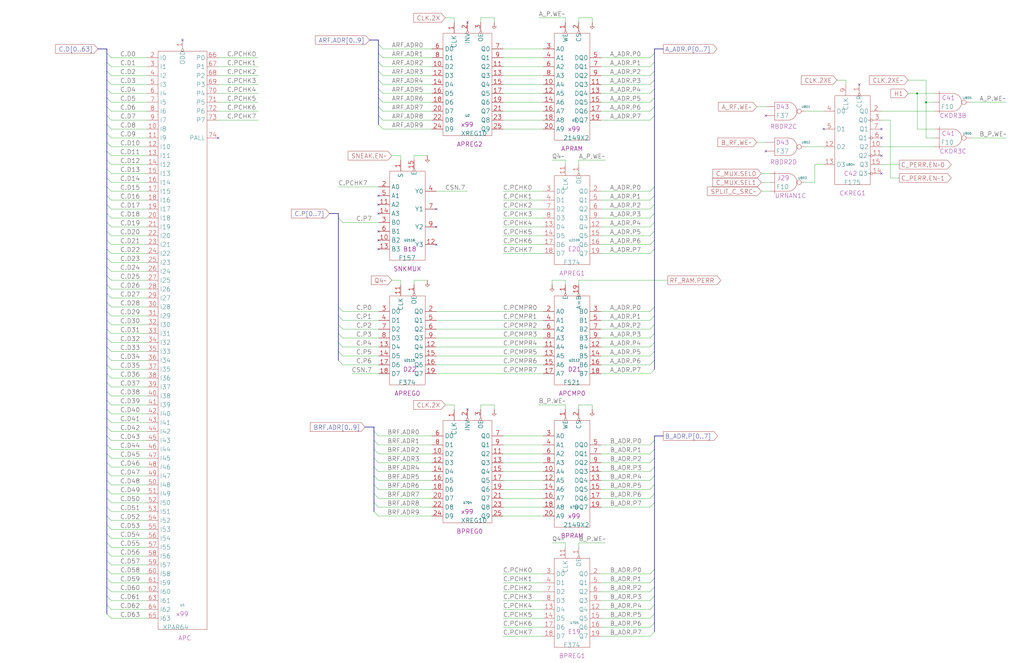
<source format=kicad_sch>
(kicad_sch (version 20230121) (generator eeschema)
  (paper "User" 584.2 378.46)
  (title_block (title "REGISTER FILE A PARITY") (date "22-MAR-90") (rev "1.0") (comment 1 "VALUE") (comment 2 "232-003063") (comment 3 "S400") (comment 4 "RELEASED"))
  (junction (at 523.24 53.34))
  (junction (at 528.32 58.42))
  (no_connect (at 215.9 132.08))
  (no_connect (at 215.9 142.24))
  (no_connect (at 124.46 78.74))
  (no_connect (at 248.92 139.7))
  (no_connect (at 248.92 129.54))
  (no_connect (at 215.9 137.16))
  (no_connect (at 215.9 121.92))
  (no_connect (at 502.92 73.66))
  (no_connect (at 502.92 78.74))
  (no_connect (at 248.92 119.38))
  (no_connect (at 215.9 116.84))
  (no_connect (at 266.7 12.7))
  (no_connect (at 502.92 88.9))
  (no_connect (at 490.22 48.26))
  (no_connect (at 215.9 111.76))
  (no_connect (at 502.92 99.06))
  (no_connect (at 436.88 66.04))
  (no_connect (at 104.14 22.86))
  (no_connect (at 469.9 73.66))
  (no_connect (at 436.88 86.36))
  (no_connect (at 266.7 233.68))
  (bus_entry (at 193.04 195.58) (size 2.54 2.54))
  (bus_entry (at 193.04 185.42) (size 2.54 2.54))
  (bus_entry (at 60.96 101.6) (size 2.54 2.54))
  (bus_entry (at 193.04 124.46) (size 2.54 2.54))
  (bus_entry (at 60.96 193.04) (size 2.54 2.54))
  (bus_entry (at 215.9 66.04) (size 2.54 2.54))
  (bus_entry (at 373.38 137.16) (size -2.54 2.54))
  (bus_entry (at 60.96 86.36) (size 2.54 2.54))
  (bus_entry (at 215.9 25.4) (size 2.54 2.54))
  (bus_entry (at 60.96 264.16) (size 2.54 2.54))
  (bus_entry (at 373.38 195.58) (size -2.54 2.54))
  (bus_entry (at 215.9 55.88) (size 2.54 2.54))
  (bus_entry (at 373.38 40.64) (size -2.54 2.54))
  (bus_entry (at 60.96 350.52) (size 2.54 2.54))
  (bus_entry (at 60.96 238.76) (size 2.54 2.54))
  (bus_entry (at 373.38 335.28) (size -2.54 2.54))
  (bus_entry (at 373.38 276.86) (size -2.54 2.54))
  (bus_entry (at 60.96 147.32) (size 2.54 2.54))
  (bus_entry (at 373.38 30.48) (size -2.54 2.54))
  (bus_entry (at 215.9 71.12) (size 2.54 2.54))
  (bus_entry (at 373.38 350.52) (size -2.54 2.54))
  (bus_entry (at 373.38 271.78) (size -2.54 2.54))
  (bus_entry (at 213.36 246.38) (size 2.54 2.54))
  (bus_entry (at 60.96 314.96) (size 2.54 2.54))
  (bus_entry (at 373.38 340.36) (size -2.54 2.54))
  (bus_entry (at 60.96 152.4) (size 2.54 2.54))
  (bus_entry (at 373.38 180.34) (size -2.54 2.54))
  (bus_entry (at 213.36 261.62) (size 2.54 2.54))
  (bus_entry (at 373.38 325.12) (size -2.54 2.54))
  (bus_entry (at 60.96 233.68) (size 2.54 2.54))
  (bus_entry (at 373.38 55.88) (size -2.54 2.54))
  (bus_entry (at 373.38 116.84) (size -2.54 2.54))
  (bus_entry (at 373.38 175.26) (size -2.54 2.54))
  (bus_entry (at 60.96 325.12) (size 2.54 2.54))
  (bus_entry (at 60.96 243.84) (size 2.54 2.54))
  (bus_entry (at 60.96 274.32) (size 2.54 2.54))
  (bus_entry (at 373.38 132.08) (size -2.54 2.54))
  (bus_entry (at 60.96 198.12) (size 2.54 2.54))
  (bus_entry (at 60.96 259.08) (size 2.54 2.54))
  (bus_entry (at 373.38 50.8) (size -2.54 2.54))
  (bus_entry (at 60.96 55.88) (size 2.54 2.54))
  (bus_entry (at 60.96 279.4) (size 2.54 2.54))
  (bus_entry (at 373.38 287.02) (size -2.54 2.54))
  (bus_entry (at 60.96 137.16) (size 2.54 2.54))
  (bus_entry (at 215.9 30.48) (size 2.54 2.54))
  (bus_entry (at 60.96 121.92) (size 2.54 2.54))
  (bus_entry (at 213.36 256.54) (size 2.54 2.54))
  (bus_entry (at 60.96 248.92) (size 2.54 2.54))
  (bus_entry (at 60.96 340.36) (size 2.54 2.54))
  (bus_entry (at 193.04 180.34) (size 2.54 2.54))
  (bus_entry (at 60.96 96.52) (size 2.54 2.54))
  (bus_entry (at 60.96 132.08) (size 2.54 2.54))
  (bus_entry (at 60.96 71.12) (size 2.54 2.54))
  (bus_entry (at 215.9 50.8) (size 2.54 2.54))
  (bus_entry (at 60.96 208.28) (size 2.54 2.54))
  (bus_entry (at 213.36 266.7) (size 2.54 2.54))
  (bus_entry (at 60.96 294.64) (size 2.54 2.54))
  (bus_entry (at 60.96 345.44) (size 2.54 2.54))
  (bus_entry (at 373.38 251.46) (size -2.54 2.54))
  (bus_entry (at 60.96 228.6) (size 2.54 2.54))
  (bus_entry (at 60.96 223.52) (size 2.54 2.54))
  (bus_entry (at 215.9 40.64) (size 2.54 2.54))
  (bus_entry (at 373.38 190.5) (size -2.54 2.54))
  (bus_entry (at 373.38 60.96) (size -2.54 2.54))
  (bus_entry (at 373.38 210.82) (size -2.54 2.54))
  (bus_entry (at 60.96 304.8) (size 2.54 2.54))
  (bus_entry (at 373.38 111.76) (size -2.54 2.54))
  (bus_entry (at 193.04 200.66) (size 2.54 2.54))
  (bus_entry (at 60.96 30.48) (size 2.54 2.54))
  (bus_entry (at 213.36 251.46) (size 2.54 2.54))
  (bus_entry (at 60.96 299.72) (size 2.54 2.54))
  (bus_entry (at 213.36 287.02) (size 2.54 2.54))
  (bus_entry (at 373.38 345.44) (size -2.54 2.54))
  (bus_entry (at 60.96 81.28) (size 2.54 2.54))
  (bus_entry (at 60.96 157.48) (size 2.54 2.54))
  (bus_entry (at 213.36 276.86) (size 2.54 2.54))
  (bus_entry (at 373.38 360.68) (size -2.54 2.54))
  (bus_entry (at 373.38 127) (size -2.54 2.54))
  (bus_entry (at 60.96 187.96) (size 2.54 2.54))
  (bus_entry (at 373.38 281.94) (size -2.54 2.54))
  (bus_entry (at 373.38 330.2) (size -2.54 2.54))
  (bus_entry (at 60.96 40.64) (size 2.54 2.54))
  (bus_entry (at 60.96 116.84) (size 2.54 2.54))
  (bus_entry (at 213.36 292.1) (size 2.54 2.54))
  (bus_entry (at 60.96 35.56) (size 2.54 2.54))
  (bus_entry (at 60.96 330.2) (size 2.54 2.54))
  (bus_entry (at 373.38 35.56) (size -2.54 2.54))
  (bus_entry (at 373.38 200.66) (size -2.54 2.54))
  (bus_entry (at 373.38 355.6) (size -2.54 2.54))
  (bus_entry (at 373.38 256.54) (size -2.54 2.54))
  (bus_entry (at 60.96 182.88) (size 2.54 2.54))
  (bus_entry (at 60.96 142.24) (size 2.54 2.54))
  (bus_entry (at 60.96 66.04) (size 2.54 2.54))
  (bus_entry (at 373.38 106.68) (size -2.54 2.54))
  (bus_entry (at 60.96 76.2) (size 2.54 2.54))
  (bus_entry (at 215.9 35.56) (size 2.54 2.54))
  (bus_entry (at 60.96 162.56) (size 2.54 2.54))
  (bus_entry (at 60.96 284.48) (size 2.54 2.54))
  (bus_entry (at 60.96 203.2) (size 2.54 2.54))
  (bus_entry (at 60.96 111.76) (size 2.54 2.54))
  (bus_entry (at 60.96 309.88) (size 2.54 2.54))
  (bus_entry (at 373.38 66.04) (size -2.54 2.54))
  (bus_entry (at 193.04 205.74) (size 2.54 2.54))
  (bus_entry (at 373.38 185.42) (size -2.54 2.54))
  (bus_entry (at 60.96 218.44) (size 2.54 2.54))
  (bus_entry (at 60.96 177.8) (size 2.54 2.54))
  (bus_entry (at 60.96 269.24) (size 2.54 2.54))
  (bus_entry (at 373.38 261.62) (size -2.54 2.54))
  (bus_entry (at 193.04 190.5) (size 2.54 2.54))
  (bus_entry (at 60.96 254) (size 2.54 2.54))
  (bus_entry (at 215.9 45.72) (size 2.54 2.54))
  (bus_entry (at 373.38 45.72) (size -2.54 2.54))
  (bus_entry (at 60.96 320.04) (size 2.54 2.54))
  (bus_entry (at 60.96 167.64) (size 2.54 2.54))
  (bus_entry (at 373.38 266.7) (size -2.54 2.54))
  (bus_entry (at 213.36 271.78) (size 2.54 2.54))
  (bus_entry (at 373.38 142.24) (size -2.54 2.54))
  (bus_entry (at 213.36 281.94) (size 2.54 2.54))
  (bus_entry (at 215.9 60.96) (size 2.54 2.54))
  (bus_entry (at 373.38 121.92) (size -2.54 2.54))
  (bus_entry (at 60.96 213.36) (size 2.54 2.54))
  (bus_entry (at 60.96 106.68) (size 2.54 2.54))
  (bus_entry (at 193.04 175.26) (size 2.54 2.54))
  (bus_entry (at 60.96 50.8) (size 2.54 2.54))
  (bus_entry (at 373.38 205.74) (size -2.54 2.54))
  (bus_entry (at 60.96 172.72) (size 2.54 2.54))
  (bus_entry (at 60.96 127) (size 2.54 2.54))
  (bus_entry (at 60.96 91.44) (size 2.54 2.54))
  (bus_entry (at 60.96 45.72) (size 2.54 2.54))
  (bus_entry (at 60.96 335.28) (size 2.54 2.54))
  (bus_entry (at 60.96 60.96) (size 2.54 2.54))
  (bus_entry (at 60.96 289.56) (size 2.54 2.54))
  (wire (pts (xy 218.44 63.5) (xy 246.38 63.5)))
  (bus (pts (xy 60.96 121.92) (xy 60.96 127)))
  (wire (pts (xy 83.82 200.66) (xy 63.5 200.66)))
  (wire (pts (xy 63.5 33.02) (xy 83.82 33.02)))
  (wire (pts (xy 281.94 233.68) (xy 281.94 231.14)))
  (bus (pts (xy 60.96 325.12) (xy 60.96 330.2)))
  (wire (pts (xy 287.02 38.1) (xy 309.88 38.1)))
  (bus (pts (xy 373.38 45.72) (xy 373.38 50.8)))
  (wire (pts (xy 314.96 309.88) (xy 322.58 309.88)))
  (bus (pts (xy 60.96 127) (xy 60.96 132.08)))
  (bus (pts (xy 373.38 355.6) (xy 373.38 360.68)))
  (wire (pts (xy 337.82 231.14) (xy 337.82 233.68)))
  (bus (pts (xy 193.04 175.26) (xy 193.04 180.34)))
  (wire (pts (xy 287.02 327.66) (xy 309.88 327.66)))
  (wire (pts (xy 370.84 53.34) (xy 342.9 53.34)))
  (bus (pts (xy 60.96 187.96) (xy 60.96 193.04)))
  (wire (pts (xy 528.32 45.72) (xy 528.32 58.42)))
  (bus (pts (xy 213.36 281.94) (xy 213.36 287.02)))
  (wire (pts (xy 83.82 185.42) (xy 63.5 185.42)))
  (wire (pts (xy 434.34 109.22) (xy 439.42 109.22)))
  (wire (pts (xy 248.92 203.2) (xy 309.88 203.2)))
  (wire (pts (xy 287.02 294.64) (xy 309.88 294.64)))
  (wire (pts (xy 342.9 363.22) (xy 370.84 363.22)))
  (wire (pts (xy 248.92 182.88) (xy 309.88 182.88)))
  (wire (pts (xy 464.82 104.14) (xy 464.82 93.98)))
  (wire (pts (xy 287.02 114.3) (xy 309.88 114.3)))
  (wire (pts (xy 124.46 58.42) (xy 147.32 58.42)))
  (bus (pts (xy 60.96 248.92) (xy 60.96 254)))
  (wire (pts (xy 342.9 58.42) (xy 370.84 58.42)))
  (wire (pts (xy 218.44 43.18) (xy 246.38 43.18)))
  (wire (pts (xy 342.9 289.56) (xy 370.84 289.56)))
  (bus (pts (xy 60.96 76.2) (xy 60.96 81.28)))
  (wire (pts (xy 287.02 27.94) (xy 309.88 27.94)))
  (wire (pts (xy 314.96 160.02) (xy 322.58 160.02)))
  (bus (pts (xy 60.96 223.52) (xy 60.96 228.6)))
  (wire (pts (xy 281.94 12.7) (xy 281.94 10.16)))
  (wire (pts (xy 342.9 332.74) (xy 370.84 332.74)))
  (wire (pts (xy 83.82 154.94) (xy 63.5 154.94)))
  (bus (pts (xy 373.38 180.34) (xy 373.38 185.42)))
  (bus (pts (xy 215.9 35.56) (xy 215.9 40.64)))
  (wire (pts (xy 307.34 10.16) (xy 322.58 10.16)))
  (wire (pts (xy 370.84 198.12) (xy 342.9 198.12)))
  (wire (pts (xy 218.44 33.02) (xy 246.38 33.02)))
  (bus (pts (xy 373.38 137.16) (xy 373.38 142.24)))
  (bus (pts (xy 373.38 256.54) (xy 373.38 261.62)))
  (bus (pts (xy 60.96 86.36) (xy 60.96 91.44)))
  (wire (pts (xy 342.9 337.82) (xy 370.84 337.82)))
  (wire (pts (xy 248.92 208.28) (xy 309.88 208.28)))
  (bus (pts (xy 60.96 116.84) (xy 60.96 121.92)))
  (wire (pts (xy 248.92 213.36) (xy 309.88 213.36)))
  (wire (pts (xy 322.58 160.02) (xy 322.58 162.56)))
  (bus (pts (xy 60.96 233.68) (xy 60.96 238.76)))
  (bus (pts (xy 60.96 167.64) (xy 60.96 172.72)))
  (wire (pts (xy 342.9 203.2) (xy 370.84 203.2)))
  (wire (pts (xy 431.8 81.28) (xy 436.88 81.28)))
  (wire (pts (xy 254 231.14) (xy 259.08 231.14)))
  (wire (pts (xy 63.5 53.34) (xy 83.82 53.34)))
  (bus (pts (xy 373.38 335.28) (xy 373.38 340.36)))
  (wire (pts (xy 218.44 38.1) (xy 246.38 38.1)))
  (wire (pts (xy 342.9 269.24) (xy 370.84 269.24)))
  (bus (pts (xy 373.38 185.42) (xy 373.38 190.5)))
  (bus (pts (xy 60.96 182.88) (xy 60.96 187.96)))
  (wire (pts (xy 528.32 58.42) (xy 528.32 78.74)))
  (wire (pts (xy 83.82 226.06) (xy 63.5 226.06)))
  (bus (pts (xy 60.96 314.96) (xy 60.96 320.04)))
  (wire (pts (xy 370.84 63.5) (xy 342.9 63.5)))
  (wire (pts (xy 287.02 363.22) (xy 309.88 363.22)))
  (wire (pts (xy 370.84 43.18) (xy 342.9 43.18)))
  (bus (pts (xy 373.38 330.2) (xy 373.38 335.28)))
  (bus (pts (xy 60.96 162.56) (xy 60.96 167.64)))
  (bus (pts (xy 60.96 238.76) (xy 60.96 243.84)))
  (wire (pts (xy 502.92 93.98) (xy 513.08 93.98)))
  (wire (pts (xy 63.5 170.18) (xy 83.82 170.18)))
  (wire (pts (xy 83.82 129.54) (xy 63.5 129.54)))
  (bus (pts (xy 60.96 66.04) (xy 60.96 71.12)))
  (wire (pts (xy 218.44 73.66) (xy 246.38 73.66)))
  (bus (pts (xy 373.38 132.08) (xy 373.38 137.16)))
  (wire (pts (xy 193.04 106.68) (xy 215.9 106.68)))
  (wire (pts (xy 83.82 160.02) (xy 63.5 160.02)))
  (wire (pts (xy 195.58 208.28) (xy 215.9 208.28)))
  (wire (pts (xy 83.82 337.82) (xy 63.5 337.82)))
  (wire (pts (xy 459.74 83.82) (xy 469.9 83.82)))
  (bus (pts (xy 60.96 50.8) (xy 60.96 55.88)))
  (bus (pts (xy 60.96 132.08) (xy 60.96 137.16)))
  (wire (pts (xy 274.32 10.16) (xy 274.32 12.7)))
  (wire (pts (xy 83.82 83.82) (xy 63.5 83.82)))
  (wire (pts (xy 83.82 292.1) (xy 63.5 292.1)))
  (bus (pts (xy 373.38 276.86) (xy 373.38 281.94)))
  (bus (pts (xy 215.9 22.86) (xy 215.9 25.4)))
  (wire (pts (xy 513.08 101.6) (xy 508 101.6)))
  (wire (pts (xy 287.02 279.4) (xy 309.88 279.4)))
  (bus (pts (xy 60.96 172.72) (xy 60.96 177.8)))
  (bus (pts (xy 373.38 50.8) (xy 373.38 55.88)))
  (bus (pts (xy 373.38 287.02) (xy 373.38 325.12)))
  (bus (pts (xy 187.96 121.92) (xy 193.04 121.92)))
  (bus (pts (xy 60.96 152.4) (xy 60.96 157.48)))
  (wire (pts (xy 342.9 264.16) (xy 370.84 264.16)))
  (wire (pts (xy 83.82 180.34) (xy 63.5 180.34)))
  (wire (pts (xy 83.82 236.22) (xy 63.5 236.22)))
  (wire (pts (xy 195.58 177.8) (xy 215.9 177.8)))
  (bus (pts (xy 373.38 175.26) (xy 373.38 180.34)))
  (wire (pts (xy 342.9 114.3) (xy 370.84 114.3)))
  (bus (pts (xy 60.96 111.76) (xy 60.96 116.84)))
  (wire (pts (xy 83.82 104.14) (xy 63.5 104.14)))
  (bus (pts (xy 373.38 340.36) (xy 373.38 345.44)))
  (wire (pts (xy 195.58 187.96) (xy 215.9 187.96)))
  (wire (pts (xy 381 160.02) (xy 330.2 160.02)))
  (wire (pts (xy 83.82 322.58) (xy 63.5 322.58)))
  (bus (pts (xy 373.38 60.96) (xy 373.38 66.04)))
  (bus (pts (xy 373.38 27.94) (xy 373.38 30.48)))
  (wire (pts (xy 287.02 259.08) (xy 309.88 259.08)))
  (bus (pts (xy 60.96 137.16) (xy 60.96 142.24)))
  (wire (pts (xy 243.84 160.02) (xy 236.22 160.02)))
  (wire (pts (xy 243.84 88.9) (xy 236.22 88.9)))
  (bus (pts (xy 60.96 213.36) (xy 60.96 218.44)))
  (bus (pts (xy 378.46 27.94) (xy 373.38 27.94)))
  (wire (pts (xy 83.82 266.7) (xy 63.5 266.7)))
  (wire (pts (xy 482.6 45.72) (xy 482.6 48.26)))
  (wire (pts (xy 518.16 45.72) (xy 528.32 45.72)))
  (wire (pts (xy 83.82 312.42) (xy 63.5 312.42)))
  (wire (pts (xy 287.02 284.48) (xy 309.88 284.48)))
  (wire (pts (xy 83.82 332.74) (xy 63.5 332.74)))
  (wire (pts (xy 508 101.6) (xy 508 68.58)))
  (wire (pts (xy 83.82 144.78) (xy 63.5 144.78)))
  (wire (pts (xy 83.82 48.26) (xy 63.5 48.26)))
  (bus (pts (xy 213.36 243.84) (xy 213.36 246.38)))
  (wire (pts (xy 83.82 251.46) (xy 63.5 251.46)))
  (wire (pts (xy 83.82 63.5) (xy 63.5 63.5)))
  (bus (pts (xy 373.38 111.76) (xy 373.38 116.84)))
  (wire (pts (xy 83.82 246.38) (xy 63.5 246.38)))
  (bus (pts (xy 210.82 22.86) (xy 215.9 22.86)))
  (wire (pts (xy 63.5 281.94) (xy 83.82 281.94)))
  (wire (pts (xy 434.34 99.06) (xy 439.42 99.06)))
  (wire (pts (xy 287.02 63.5) (xy 309.88 63.5)))
  (wire (pts (xy 330.2 91.44) (xy 345.44 91.44)))
  (bus (pts (xy 60.96 228.6) (xy 60.96 233.68)))
  (wire (pts (xy 215.9 269.24) (xy 246.38 269.24)))
  (wire (pts (xy 370.84 129.54) (xy 342.9 129.54)))
  (wire (pts (xy 431.8 60.96) (xy 436.88 60.96)))
  (wire (pts (xy 322.58 91.44) (xy 322.58 93.98)))
  (wire (pts (xy 342.9 254) (xy 370.84 254)))
  (wire (pts (xy 342.9 48.26) (xy 370.84 48.26)))
  (wire (pts (xy 63.5 43.18) (xy 83.82 43.18)))
  (wire (pts (xy 523.24 53.34) (xy 533.4 53.34)))
  (wire (pts (xy 83.82 271.78) (xy 63.5 271.78)))
  (wire (pts (xy 215.9 294.64) (xy 246.38 294.64)))
  (bus (pts (xy 60.96 96.52) (xy 60.96 101.6)))
  (wire (pts (xy 330.2 91.44) (xy 330.2 93.98)))
  (wire (pts (xy 195.58 193.04) (xy 215.9 193.04)))
  (wire (pts (xy 287.02 358.14) (xy 309.88 358.14)))
  (wire (pts (xy 215.9 213.36) (xy 200.66 213.36)))
  (wire (pts (xy 342.9 279.4) (xy 370.84 279.4)))
  (wire (pts (xy 83.82 302.26) (xy 63.5 302.26)))
  (wire (pts (xy 124.46 68.58) (xy 147.32 68.58)))
  (wire (pts (xy 287.02 58.42) (xy 309.88 58.42)))
  (wire (pts (xy 259.08 231.14) (xy 259.08 233.68)))
  (bus (pts (xy 215.9 55.88) (xy 215.9 60.96)))
  (wire (pts (xy 236.22 88.9) (xy 236.22 91.44)))
  (wire (pts (xy 218.44 48.26) (xy 246.38 48.26)))
  (wire (pts (xy 287.02 139.7) (xy 309.88 139.7)))
  (wire (pts (xy 63.5 139.7) (xy 83.82 139.7)))
  (wire (pts (xy 63.5 58.42) (xy 83.82 58.42)))
  (bus (pts (xy 213.36 251.46) (xy 213.36 256.54)))
  (wire (pts (xy 83.82 68.58) (xy 63.5 68.58)))
  (wire (pts (xy 63.5 175.26) (xy 83.82 175.26)))
  (wire (pts (xy 287.02 264.16) (xy 309.88 264.16)))
  (bus (pts (xy 60.96 81.28) (xy 60.96 86.36)))
  (bus (pts (xy 373.38 190.5) (xy 373.38 195.58)))
  (bus (pts (xy 60.96 106.68) (xy 60.96 111.76)))
  (bus (pts (xy 373.38 251.46) (xy 373.38 256.54)))
  (bus (pts (xy 215.9 40.64) (xy 215.9 45.72)))
  (wire (pts (xy 553.72 58.42) (xy 574.04 58.42)))
  (wire (pts (xy 195.58 203.2) (xy 215.9 203.2)))
  (bus (pts (xy 373.38 248.92) (xy 373.38 251.46)))
  (wire (pts (xy 330.2 309.88) (xy 330.2 312.42)))
  (wire (pts (xy 223.52 88.9) (xy 228.6 88.9)))
  (wire (pts (xy 342.9 182.88) (xy 370.84 182.88)))
  (bus (pts (xy 373.38 281.94) (xy 373.38 287.02)))
  (bus (pts (xy 60.96 208.28) (xy 60.96 213.36)))
  (wire (pts (xy 287.02 289.56) (xy 309.88 289.56)))
  (wire (pts (xy 330.2 231.14) (xy 330.2 233.68)))
  (wire (pts (xy 223.52 160.02) (xy 228.6 160.02)))
  (bus (pts (xy 373.38 66.04) (xy 373.38 106.68)))
  (wire (pts (xy 83.82 347.98) (xy 63.5 347.98)))
  (wire (pts (xy 370.84 208.28) (xy 342.9 208.28)))
  (bus (pts (xy 373.38 248.92) (xy 378.46 248.92)))
  (wire (pts (xy 342.9 358.14) (xy 370.84 358.14)))
  (wire (pts (xy 523.24 73.66) (xy 533.4 73.66)))
  (bus (pts (xy 60.96 203.2) (xy 60.96 208.28)))
  (wire (pts (xy 228.6 88.9) (xy 228.6 91.44)))
  (wire (pts (xy 342.9 144.78) (xy 370.84 144.78)))
  (wire (pts (xy 195.58 127) (xy 215.9 127)))
  (wire (pts (xy 281.94 10.16) (xy 274.32 10.16)))
  (wire (pts (xy 63.5 165.1) (xy 83.82 165.1)))
  (bus (pts (xy 60.96 309.88) (xy 60.96 314.96)))
  (bus (pts (xy 215.9 50.8) (xy 215.9 55.88)))
  (wire (pts (xy 63.5 38.1) (xy 83.82 38.1)))
  (wire (pts (xy 215.9 274.32) (xy 246.38 274.32)))
  (bus (pts (xy 60.96 299.72) (xy 60.96 304.8)))
  (wire (pts (xy 215.9 259.08) (xy 246.38 259.08)))
  (wire (pts (xy 502.92 83.82) (xy 533.4 83.82)))
  (wire (pts (xy 63.5 276.86) (xy 83.82 276.86)))
  (bus (pts (xy 60.96 289.56) (xy 60.96 294.64)))
  (bus (pts (xy 215.9 30.48) (xy 215.9 35.56)))
  (wire (pts (xy 342.9 33.02) (xy 370.84 33.02)))
  (wire (pts (xy 342.9 347.98) (xy 370.84 347.98)))
  (wire (pts (xy 248.92 187.96) (xy 309.88 187.96)))
  (bus (pts (xy 373.38 116.84) (xy 373.38 121.92)))
  (wire (pts (xy 218.44 68.58) (xy 246.38 68.58)))
  (wire (pts (xy 434.34 104.14) (xy 439.42 104.14)))
  (bus (pts (xy 60.96 320.04) (xy 60.96 325.12)))
  (bus (pts (xy 60.96 177.8) (xy 60.96 182.88)))
  (wire (pts (xy 322.58 10.16) (xy 322.58 12.7)))
  (bus (pts (xy 60.96 193.04) (xy 60.96 198.12)))
  (bus (pts (xy 213.36 287.02) (xy 213.36 292.1)))
  (wire (pts (xy 287.02 337.82) (xy 309.88 337.82)))
  (wire (pts (xy 228.6 160.02) (xy 228.6 162.56)))
  (bus (pts (xy 60.96 27.94) (xy 60.96 30.48)))
  (wire (pts (xy 63.5 78.74) (xy 83.82 78.74)))
  (wire (pts (xy 83.82 241.3) (xy 63.5 241.3)))
  (wire (pts (xy 314.96 160.02) (xy 314.96 162.56)))
  (bus (pts (xy 60.96 60.96) (xy 60.96 66.04)))
  (wire (pts (xy 287.02 254) (xy 309.88 254)))
  (bus (pts (xy 373.38 261.62) (xy 373.38 266.7)))
  (wire (pts (xy 218.44 53.34) (xy 246.38 53.34)))
  (wire (pts (xy 83.82 261.62) (xy 63.5 261.62)))
  (wire (pts (xy 274.32 231.14) (xy 274.32 233.68)))
  (wire (pts (xy 83.82 119.38) (xy 63.5 119.38)))
  (bus (pts (xy 193.04 124.46) (xy 193.04 175.26)))
  (bus (pts (xy 193.04 190.5) (xy 193.04 195.58)))
  (wire (pts (xy 83.82 220.98) (xy 63.5 220.98)))
  (bus (pts (xy 373.38 200.66) (xy 373.38 205.74)))
  (wire (pts (xy 342.9 193.04) (xy 370.84 193.04)))
  (wire (pts (xy 528.32 78.74) (xy 533.4 78.74)))
  (bus (pts (xy 60.96 30.48) (xy 60.96 35.56)))
  (wire (pts (xy 459.74 104.14) (xy 464.82 104.14)))
  (wire (pts (xy 337.82 231.14) (xy 330.2 231.14)))
  (wire (pts (xy 63.5 73.66) (xy 83.82 73.66)))
  (wire (pts (xy 307.34 231.14) (xy 322.58 231.14)))
  (bus (pts (xy 215.9 25.4) (xy 215.9 30.48)))
  (wire (pts (xy 342.9 213.36) (xy 370.84 213.36)))
  (wire (pts (xy 83.82 114.3) (xy 63.5 114.3)))
  (wire (pts (xy 287.02 129.54) (xy 309.88 129.54)))
  (wire (pts (xy 215.9 264.16) (xy 246.38 264.16)))
  (wire (pts (xy 459.74 63.5) (xy 469.9 63.5)))
  (wire (pts (xy 342.9 274.32) (xy 370.84 274.32)))
  (wire (pts (xy 215.9 248.92) (xy 246.38 248.92)))
  (wire (pts (xy 83.82 149.86) (xy 63.5 149.86)))
  (wire (pts (xy 342.9 342.9) (xy 370.84 342.9)))
  (bus (pts (xy 373.38 271.78) (xy 373.38 276.86)))
  (bus (pts (xy 373.38 121.92) (xy 373.38 127)))
  (bus (pts (xy 373.38 205.74) (xy 373.38 210.82)))
  (wire (pts (xy 259.08 10.16) (xy 259.08 12.7)))
  (bus (pts (xy 373.38 345.44) (xy 373.38 350.52)))
  (bus (pts (xy 60.96 330.2) (xy 60.96 335.28)))
  (bus (pts (xy 60.96 284.48) (xy 60.96 289.56)))
  (wire (pts (xy 287.02 33.02) (xy 309.88 33.02)))
  (wire (pts (xy 370.84 119.38) (xy 342.9 119.38)))
  (bus (pts (xy 373.38 55.88) (xy 373.38 60.96)))
  (bus (pts (xy 373.38 325.12) (xy 373.38 330.2)))
  (wire (pts (xy 83.82 88.9) (xy 63.5 88.9)))
  (bus (pts (xy 213.36 276.86) (xy 213.36 281.94)))
  (wire (pts (xy 215.9 254) (xy 246.38 254)))
  (bus (pts (xy 213.36 266.7) (xy 213.36 271.78)))
  (wire (pts (xy 218.44 27.94) (xy 246.38 27.94)))
  (wire (pts (xy 508 68.58) (xy 502.92 68.58)))
  (wire (pts (xy 287.02 109.22) (xy 309.88 109.22)))
  (wire (pts (xy 287.02 53.34) (xy 309.88 53.34)))
  (wire (pts (xy 342.9 124.46) (xy 370.84 124.46)))
  (wire (pts (xy 236.22 160.02) (xy 236.22 162.56)))
  (wire (pts (xy 83.82 342.9) (xy 63.5 342.9)))
  (wire (pts (xy 248.92 177.8) (xy 309.88 177.8)))
  (bus (pts (xy 60.96 340.36) (xy 60.96 345.44)))
  (bus (pts (xy 60.96 101.6) (xy 60.96 106.68)))
  (wire (pts (xy 83.82 210.82) (xy 63.5 210.82)))
  (wire (pts (xy 464.82 93.98) (xy 469.9 93.98)))
  (wire (pts (xy 287.02 48.26) (xy 309.88 48.26)))
  (wire (pts (xy 83.82 297.18) (xy 63.5 297.18)))
  (bus (pts (xy 213.36 256.54) (xy 213.36 261.62)))
  (bus (pts (xy 60.96 71.12) (xy 60.96 76.2)))
  (wire (pts (xy 63.5 256.54) (xy 83.82 256.54)))
  (bus (pts (xy 208.28 243.84) (xy 213.36 243.84)))
  (wire (pts (xy 83.82 327.66) (xy 63.5 327.66)))
  (wire (pts (xy 195.58 198.12) (xy 215.9 198.12)))
  (wire (pts (xy 83.82 99.06) (xy 63.5 99.06)))
  (wire (pts (xy 287.02 134.62) (xy 309.88 134.62)))
  (wire (pts (xy 287.02 144.78) (xy 309.88 144.78)))
  (bus (pts (xy 373.38 106.68) (xy 373.38 111.76)))
  (bus (pts (xy 60.96 243.84) (xy 60.96 248.92)))
  (wire (pts (xy 287.02 342.9) (xy 309.88 342.9)))
  (wire (pts (xy 342.9 134.62) (xy 370.84 134.62)))
  (bus (pts (xy 60.96 147.32) (xy 60.96 152.4)))
  (bus (pts (xy 60.96 198.12) (xy 60.96 203.2)))
  (bus (pts (xy 373.38 266.7) (xy 373.38 271.78)))
  (bus (pts (xy 60.96 218.44) (xy 60.96 223.52)))
  (wire (pts (xy 477.52 45.72) (xy 482.6 45.72)))
  (wire (pts (xy 281.94 231.14) (xy 274.32 231.14)))
  (bus (pts (xy 60.96 294.64) (xy 60.96 299.72)))
  (wire (pts (xy 287.02 274.32) (xy 309.88 274.32)))
  (wire (pts (xy 342.9 68.58) (xy 370.84 68.58)))
  (wire (pts (xy 287.02 248.92) (xy 309.88 248.92)))
  (bus (pts (xy 193.04 195.58) (xy 193.04 200.66)))
  (bus (pts (xy 193.04 200.66) (xy 193.04 205.74)))
  (bus (pts (xy 373.38 35.56) (xy 373.38 40.64)))
  (wire (pts (xy 83.82 317.5) (xy 63.5 317.5)))
  (bus (pts (xy 193.04 185.42) (xy 193.04 190.5)))
  (wire (pts (xy 124.46 53.34) (xy 147.32 53.34)))
  (wire (pts (xy 124.46 38.1) (xy 147.32 38.1)))
  (wire (pts (xy 342.9 259.08) (xy 370.84 259.08)))
  (wire (pts (xy 63.5 109.22) (xy 83.82 109.22)))
  (bus (pts (xy 55.88 27.94) (xy 60.96 27.94)))
  (wire (pts (xy 314.96 91.44) (xy 322.58 91.44)))
  (wire (pts (xy 63.5 287.02) (xy 83.82 287.02)))
  (bus (pts (xy 193.04 180.34) (xy 193.04 185.42)))
  (bus (pts (xy 60.96 259.08) (xy 60.96 264.16)))
  (wire (pts (xy 83.82 215.9) (xy 63.5 215.9)))
  (wire (pts (xy 124.46 48.26) (xy 147.32 48.26)))
  (wire (pts (xy 322.58 309.88) (xy 322.58 312.42)))
  (wire (pts (xy 342.9 327.66) (xy 370.84 327.66)))
  (wire (pts (xy 83.82 195.58) (xy 63.5 195.58)))
  (wire (pts (xy 342.9 353.06) (xy 370.84 353.06)))
  (bus (pts (xy 60.96 269.24) (xy 60.96 274.32)))
  (wire (pts (xy 124.46 63.5) (xy 147.32 63.5)))
  (bus (pts (xy 60.96 55.88) (xy 60.96 60.96)))
  (wire (pts (xy 330.2 10.16) (xy 330.2 12.7)))
  (wire (pts (xy 124.46 33.02) (xy 147.32 33.02)))
  (wire (pts (xy 287.02 124.46) (xy 309.88 124.46)))
  (wire (pts (xy 215.9 289.56) (xy 246.38 289.56)))
  (wire (pts (xy 370.84 139.7) (xy 342.9 139.7)))
  (bus (pts (xy 215.9 60.96) (xy 215.9 66.04)))
  (bus (pts (xy 213.36 271.78) (xy 213.36 276.86)))
  (bus (pts (xy 215.9 66.04) (xy 215.9 71.12)))
  (wire (pts (xy 63.5 307.34) (xy 83.82 307.34)))
  (wire (pts (xy 287.02 353.06) (xy 309.88 353.06)))
  (wire (pts (xy 215.9 279.4) (xy 246.38 279.4)))
  (wire (pts (xy 287.02 119.38) (xy 309.88 119.38)))
  (wire (pts (xy 523.24 53.34) (xy 523.24 73.66)))
  (wire (pts (xy 287.02 332.74) (xy 309.88 332.74)))
  (bus (pts (xy 213.36 261.62) (xy 213.36 266.7)))
  (wire (pts (xy 215.9 284.48) (xy 246.38 284.48)))
  (wire (pts (xy 342.9 187.96) (xy 370.84 187.96)))
  (wire (pts (xy 254 10.16) (xy 259.08 10.16)))
  (bus (pts (xy 60.96 35.56) (xy 60.96 40.64)))
  (bus (pts (xy 60.96 45.72) (xy 60.96 50.8)))
  (wire (pts (xy 218.44 58.42) (xy 246.38 58.42)))
  (wire (pts (xy 83.82 93.98) (xy 63.5 93.98)))
  (bus (pts (xy 373.38 142.24) (xy 373.38 175.26)))
  (wire (pts (xy 342.9 109.22) (xy 370.84 109.22)))
  (wire (pts (xy 248.92 193.04) (xy 309.88 193.04)))
  (wire (pts (xy 83.82 190.5) (xy 63.5 190.5)))
  (wire (pts (xy 330.2 309.88) (xy 345.44 309.88)))
  (wire (pts (xy 287.02 68.58) (xy 309.88 68.58)))
  (wire (pts (xy 83.82 205.74) (xy 63.5 205.74)))
  (wire (pts (xy 330.2 160.02) (xy 330.2 162.56)))
  (bus (pts (xy 373.38 350.52) (xy 373.38 355.6)))
  (wire (pts (xy 287.02 269.24) (xy 309.88 269.24)))
  (bus (pts (xy 60.96 274.32) (xy 60.96 279.4)))
  (bus (pts (xy 60.96 304.8) (xy 60.96 309.88)))
  (bus (pts (xy 60.96 345.44) (xy 60.96 350.52)))
  (bus (pts (xy 373.38 195.58) (xy 373.38 200.66)))
  (bus (pts (xy 60.96 279.4) (xy 60.96 284.48)))
  (bus (pts (xy 60.96 264.16) (xy 60.96 269.24)))
  (wire (pts (xy 287.02 73.66) (xy 309.88 73.66)))
  (wire (pts (xy 83.82 134.62) (xy 63.5 134.62)))
  (wire (pts (xy 124.46 43.18) (xy 147.32 43.18)))
  (bus (pts (xy 60.96 91.44) (xy 60.96 96.52)))
  (wire (pts (xy 337.82 12.7) (xy 337.82 10.16)))
  (wire (pts (xy 195.58 182.88) (xy 215.9 182.88)))
  (wire (pts (xy 248.92 109.22) (xy 266.7 109.22)))
  (bus (pts (xy 215.9 45.72) (xy 215.9 50.8)))
  (bus (pts (xy 213.36 246.38) (xy 213.36 251.46)))
  (bus (pts (xy 60.96 157.48) (xy 60.96 162.56)))
  (bus (pts (xy 373.38 40.64) (xy 373.38 45.72)))
  (wire (pts (xy 502.92 63.5) (xy 533.4 63.5)))
  (bus (pts (xy 193.04 121.92) (xy 193.04 124.46)))
  (wire (pts (xy 337.82 10.16) (xy 330.2 10.16)))
  (bus (pts (xy 60.96 254) (xy 60.96 259.08)))
  (wire (pts (xy 342.9 284.48) (xy 370.84 284.48)))
  (wire (pts (xy 518.16 53.34) (xy 523.24 53.34)))
  (wire (pts (xy 553.72 78.74) (xy 574.04 78.74)))
  (wire (pts (xy 322.58 231.14) (xy 322.58 233.68)))
  (bus (pts (xy 60.96 335.28) (xy 60.96 340.36)))
  (wire (pts (xy 248.92 198.12) (xy 309.88 198.12)))
  (wire (pts (xy 287.02 43.18) (xy 309.88 43.18)))
  (wire (pts (xy 342.9 177.8) (xy 370.84 177.8)))
  (bus (pts (xy 60.96 142.24) (xy 60.96 147.32)))
  (wire (pts (xy 83.82 231.14) (xy 63.5 231.14)))
  (bus (pts (xy 373.38 30.48) (xy 373.38 35.56)))
  (wire (pts (xy 287.02 347.98) (xy 309.88 347.98)))
  (wire (pts (xy 528.32 58.42) (xy 533.4 58.42)))
  (bus (pts (xy 60.96 40.64) (xy 60.96 45.72)))
  (wire (pts (xy 83.82 124.46) (xy 63.5 124.46)))
  (wire (pts (xy 342.9 38.1) (xy 370.84 38.1)))
  (bus (pts (xy 373.38 127) (xy 373.38 132.08)))
  (wire (pts (xy 83.82 353.06) (xy 63.5 353.06)))
  (label "A_ADR.P1" (at 347.98 38.1 0) (effects (font (size 2.54 2.54))))
  (label "C.PCHK2" (at 129.54 43.18 0) (effects (font (size 2.54 2.54))))
  (label "B_ADR.P6" (at 347.98 284.48 0) (effects (font (size 2.54 2.54))))
  (label "A_ADR.P0" (at 347.98 177.8 0) (effects (font (size 2.54 2.54))))
  (label "C.P0" (at 203.2 177.8 0) (effects (font (size 2.54 2.54))))
  (label "A_ADR.P1" (at 347.98 114.3 0) (effects (font (size 2.54 2.54))))
  (label "C.PCHK5" (at 287.02 353.06 0) (effects (font (size 2.54 2.54))))
  (label "C.D43" (at 68.58 251.46 0) (effects (font (size 2.54 2.54))))
  (label "C.D31" (at 68.58 190.5 0) (effects (font (size 2.54 2.54))))
  (label "C.D2" (at 68.58 43.18 0) (effects (font (size 2.54 2.54))))
  (label "C.D52" (at 68.58 297.18 0) (effects (font (size 2.54 2.54))))
  (label "B_ADR.P0" (at 347.98 327.66 0) (effects (font (size 2.54 2.54))))
  (label "C.D7" (at 68.58 68.58 0) (effects (font (size 2.54 2.54))))
  (label "C.D41" (at 68.58 241.3 0) (effects (font (size 2.54 2.54))))
  (label "A_ADR.P7" (at 347.98 144.78 0) (effects (font (size 2.54 2.54))))
  (label "B_ADR.P7" (at 347.98 289.56 0) (effects (font (size 2.54 2.54))))
  (label "C.D60" (at 68.58 337.82 0) (effects (font (size 2.54 2.54))))
  (label "BRF.ADR6" (at 220.98 279.4 0) (effects (font (size 2.54 2.54))))
  (label "ARF.ADR6" (at 223.52 58.42 0) (effects (font (size 2.54 2.54))))
  (label "C.D24" (at 68.58 154.94 0) (effects (font (size 2.54 2.54))))
  (label "C.D38" (at 68.58 226.06 0) (effects (font (size 2.54 2.54))))
  (label "C.D33" (at 68.58 200.66 0) (effects (font (size 2.54 2.54))))
  (label "C.PCHK3" (at 287.02 342.9 0) (effects (font (size 2.54 2.54))))
  (label "C.P5" (at 203.2 203.2 0) (effects (font (size 2.54 2.54))))
  (label "C.D37" (at 68.58 220.98 0) (effects (font (size 2.54 2.54))))
  (label "A_ADR.P5" (at 347.98 58.42 0) (effects (font (size 2.54 2.54))))
  (label "C.D39" (at 68.58 231.14 0) (effects (font (size 2.54 2.54))))
  (label "C.D6" (at 68.58 63.5 0) (effects (font (size 2.54 2.54))))
  (label "A_ADR.P7" (at 347.98 213.36 0) (effects (font (size 2.54 2.54))))
  (label "C.D0" (at 68.58 33.02 0) (effects (font (size 2.54 2.54))))
  (label "A_ADR.P4" (at 347.98 198.12 0) (effects (font (size 2.54 2.54))))
  (label "C.PCMPR5" (at 287.02 203.2 0) (effects (font (size 2.54 2.54))))
  (label "C.P3" (at 203.2 193.04 0) (effects (font (size 2.54 2.54))))
  (label "ARF.ADR5" (at 223.52 53.34 0) (effects (font (size 2.54 2.54))))
  (label "C.D28" (at 68.58 175.26 0) (effects (font (size 2.54 2.54))))
  (label "C.D47" (at 68.58 271.78 0) (effects (font (size 2.54 2.54))))
  (label "C.D29" (at 68.58 180.34 0) (effects (font (size 2.54 2.54))))
  (label "C.D4" (at 68.58 53.34 0) (effects (font (size 2.54 2.54))))
  (label "C.D30" (at 68.58 185.42 0) (effects (font (size 2.54 2.54))))
  (label "A_ADR.P1" (at 347.98 182.88 0) (effects (font (size 2.54 2.54))))
  (label "C.D13" (at 68.58 99.06 0) (effects (font (size 2.54 2.54))))
  (label "A_ADR.P4" (at 347.98 53.34 0) (effects (font (size 2.54 2.54))))
  (label "C.PCHK7" (at 129.54 68.58 0) (effects (font (size 2.54 2.54))))
  (label "BRF.ADR8" (at 220.98 289.56 0) (effects (font (size 2.54 2.54))))
  (label "A_P.WE~" (at 330.2 91.44 0) (effects (font (size 2.54 2.54))))
  (label "C.PCHK6" (at 287.02 139.7 0) (effects (font (size 2.54 2.54))))
  (label "A_ADR.P6" (at 347.98 208.28 0) (effects (font (size 2.54 2.54))))
  (label "C.PCHK4" (at 287.02 347.98 0) (effects (font (size 2.54 2.54))))
  (label "B_ADR.P7" (at 347.98 363.22 0) (effects (font (size 2.54 2.54))))
  (label "C.D49" (at 68.58 281.94 0) (effects (font (size 2.54 2.54))))
  (label "C.D20" (at 68.58 134.62 0) (effects (font (size 2.54 2.54))))
  (label "B_P.WE~" (at 307.34 231.14 0) (effects (font (size 2.54 2.54))))
  (label "A_ADR.P4" (at 347.98 129.54 0) (effects (font (size 2.54 2.54))))
  (label "C.D48" (at 68.58 276.86 0) (effects (font (size 2.54 2.54))))
  (label "B_ADR.P2" (at 347.98 337.82 0) (effects (font (size 2.54 2.54))))
  (label "A_ADR.P3" (at 347.98 124.46 0) (effects (font (size 2.54 2.54))))
  (label "C.D22" (at 68.58 144.78 0) (effects (font (size 2.54 2.54))))
  (label "C.D63" (at 68.58 353.06 0) (effects (font (size 2.54 2.54))))
  (label "A_ADR.P5" (at 347.98 134.62 0) (effects (font (size 2.54 2.54))))
  (label "Q4~" (at 314.96 309.88 0) (effects (font (size 2.54 2.54))))
  (label "CSN.7" (at 254 109.22 0) (effects (font (size 2.54 2.54))))
  (label "C.D45" (at 68.58 261.62 0) (effects (font (size 2.54 2.54))))
  (label "ARF.ADR4" (at 223.52 48.26 0) (effects (font (size 2.54 2.54))))
  (label "C.PCHK4" (at 129.54 53.34 0) (effects (font (size 2.54 2.54))))
  (label "B_ADR.P2" (at 347.98 264.16 0) (effects (font (size 2.54 2.54))))
  (label "C.D59" (at 68.58 332.74 0) (effects (font (size 2.54 2.54))))
  (label "C.PCHK6" (at 129.54 63.5 0) (effects (font (size 2.54 2.54))))
  (label "A_ADR.P5" (at 347.98 203.2 0) (effects (font (size 2.54 2.54))))
  (label "BRF.ADR0" (at 220.98 248.92 0) (effects (font (size 2.54 2.54))))
  (label "C.PCMPR4" (at 287.02 198.12 0) (effects (font (size 2.54 2.54))))
  (label "C.D46" (at 68.58 266.7 0) (effects (font (size 2.54 2.54))))
  (label "ARF.ADR8" (at 223.52 68.58 0) (effects (font (size 2.54 2.54))))
  (label "C.PCHK4" (at 287.02 129.54 0) (effects (font (size 2.54 2.54))))
  (label "C.D14" (at 68.58 104.14 0) (effects (font (size 2.54 2.54))))
  (label "BRF.ADR7" (at 220.98 284.48 0) (effects (font (size 2.54 2.54))))
  (label "ARF.ADR3" (at 223.52 43.18 0) (effects (font (size 2.54 2.54))))
  (label "C.P4" (at 203.2 198.12 0) (effects (font (size 2.54 2.54))))
  (label "B_P.WE~" (at 558.8 78.74 0) (effects (font (size 2.54 2.54))))
  (label "C.D5" (at 68.58 58.42 0) (effects (font (size 2.54 2.54))))
  (label "C.PCHK2" (at 287.02 119.38 0) (effects (font (size 2.54 2.54))))
  (label "C.PCHK3" (at 129.54 48.26 0) (effects (font (size 2.54 2.54))))
  (label "C.PCMPR3" (at 287.02 193.04 0) (effects (font (size 2.54 2.54))))
  (label "BRF.ADR5" (at 220.98 274.32 0) (effects (font (size 2.54 2.54))))
  (label "C.PCHK1" (at 287.02 114.3 0) (effects (font (size 2.54 2.54))))
  (label "B_ADR.P3" (at 347.98 269.24 0) (effects (font (size 2.54 2.54))))
  (label "C.PCHK1" (at 129.54 38.1 0) (effects (font (size 2.54 2.54))))
  (label "C.P1" (at 203.2 182.88 0) (effects (font (size 2.54 2.54))))
  (label "C.D61" (at 68.58 342.9 0) (effects (font (size 2.54 2.54))))
  (label "C.D9" (at 68.58 78.74 0) (effects (font (size 2.54 2.54))))
  (label "C.D25" (at 68.58 160.02 0) (effects (font (size 2.54 2.54))))
  (label "C.D44" (at 68.58 256.54 0) (effects (font (size 2.54 2.54))))
  (label "B_P.WE~" (at 330.2 309.88 0) (effects (font (size 2.54 2.54))))
  (label "C.PCHK7" (at 193.04 106.68 0) (effects (font (size 2.54 2.54))))
  (label "A_P.WE~" (at 558.8 58.42 0) (effects (font (size 2.54 2.54))))
  (label "A_ADR.P6" (at 347.98 63.5 0) (effects (font (size 2.54 2.54))))
  (label "ARF.ADR0" (at 223.52 27.94 0) (effects (font (size 2.54 2.54))))
  (label "BRF.ADR4" (at 220.98 269.24 0) (effects (font (size 2.54 2.54))))
  (label "B_ADR.P5" (at 347.98 279.4 0) (effects (font (size 2.54 2.54))))
  (label "BRF.ADR3" (at 220.98 264.16 0) (effects (font (size 2.54 2.54))))
  (label "C.PCHK0" (at 287.02 109.22 0) (effects (font (size 2.54 2.54))))
  (label "A_ADR.P2" (at 347.98 187.96 0) (effects (font (size 2.54 2.54))))
  (label "C.PCMPR0" (at 287.02 177.8 0) (effects (font (size 2.54 2.54))))
  (label "C.D56" (at 68.58 317.5 0) (effects (font (size 2.54 2.54))))
  (label "C.D32" (at 68.58 195.58 0) (effects (font (size 2.54 2.54))))
  (label "C.D27" (at 68.58 170.18 0) (effects (font (size 2.54 2.54))))
  (label "B_ADR.P4" (at 347.98 347.98 0) (effects (font (size 2.54 2.54))))
  (label "C.D54" (at 68.58 307.34 0) (effects (font (size 2.54 2.54))))
  (label "CSN.7" (at 200.66 213.36 0) (effects (font (size 2.54 2.54))))
  (label "C.PCHK0" (at 287.02 327.66 0) (effects (font (size 2.54 2.54))))
  (label "C.PCHK5" (at 287.02 134.62 0) (effects (font (size 2.54 2.54))))
  (label "A_ADR.P6" (at 347.98 139.7 0) (effects (font (size 2.54 2.54))))
  (label "ARF.ADR1" (at 223.52 33.02 0) (effects (font (size 2.54 2.54))))
  (label "A_ADR.P0" (at 347.98 33.02 0) (effects (font (size 2.54 2.54))))
  (label "C.D17" (at 68.58 119.38 0) (effects (font (size 2.54 2.54))))
  (label "C.PCHK3" (at 287.02 124.46 0) (effects (font (size 2.54 2.54))))
  (label "C.PCHK1" (at 287.02 332.74 0) (effects (font (size 2.54 2.54))))
  (label "B_ADR.P1" (at 347.98 332.74 0) (effects (font (size 2.54 2.54))))
  (label "BRF.ADR2" (at 220.98 259.08 0) (effects (font (size 2.54 2.54))))
  (label "C.D34" (at 68.58 205.74 0) (effects (font (size 2.54 2.54))))
  (label "C.D40" (at 68.58 236.22 0) (effects (font (size 2.54 2.54))))
  (label "C.D58" (at 68.58 327.66 0) (effects (font (size 2.54 2.54))))
  (label "C.D26" (at 68.58 165.1 0) (effects (font (size 2.54 2.54))))
  (label "C.D8" (at 68.58 73.66 0) (effects (font (size 2.54 2.54))))
  (label "C.D15" (at 68.58 109.22 0) (effects (font (size 2.54 2.54))))
  (label "C.PCMPR2" (at 287.02 187.96 0) (effects (font (size 2.54 2.54))))
  (label "C.PCHK5" (at 129.54 58.42 0) (effects (font (size 2.54 2.54))))
  (label "C.D10" (at 68.58 83.82 0) (effects (font (size 2.54 2.54))))
  (label "A_P.WE~" (at 307.34 10.16 0) (effects (font (size 2.54 2.54))))
  (label "A_ADR.P7" (at 347.98 68.58 0) (effects (font (size 2.54 2.54))))
  (label "C.D62" (at 68.58 347.98 0) (effects (font (size 2.54 2.54))))
  (label "C.PCMPR7" (at 287.02 213.36 0) (effects (font (size 2.54 2.54))))
  (label "C.D55" (at 68.58 312.42 0) (effects (font (size 2.54 2.54))))
  (label "ARF.ADR7" (at 223.52 63.5 0) (effects (font (size 2.54 2.54))))
  (label "C.D50" (at 68.58 287.02 0) (effects (font (size 2.54 2.54))))
  (label "C.P7" (at 203.2 127 0) (effects (font (size 2.54 2.54))))
  (label "C.D1" (at 68.58 38.1 0) (effects (font (size 2.54 2.54))))
  (label "C.D53" (at 68.58 302.26 0) (effects (font (size 2.54 2.54))))
  (label "C.D21" (at 68.58 139.7 0) (effects (font (size 2.54 2.54))))
  (label "C.PCHK2" (at 287.02 337.82 0) (effects (font (size 2.54 2.54))))
  (label "C.D16" (at 68.58 114.3 0) (effects (font (size 2.54 2.54))))
  (label "B_ADR.P0" (at 347.98 254 0) (effects (font (size 2.54 2.54))))
  (label "A_ADR.P3" (at 347.98 48.26 0) (effects (font (size 2.54 2.54))))
  (label "C.D3" (at 68.58 48.26 0) (effects (font (size 2.54 2.54))))
  (label "C.D57" (at 68.58 322.58 0) (effects (font (size 2.54 2.54))))
  (label "C.P6" (at 203.2 208.28 0) (effects (font (size 2.54 2.54))))
  (label "A_ADR.P2" (at 347.98 119.38 0) (effects (font (size 2.54 2.54))))
  (label "C.D35" (at 68.58 210.82 0) (effects (font (size 2.54 2.54))))
  (label "B_ADR.P1" (at 347.98 259.08 0) (effects (font (size 2.54 2.54))))
  (label "C.D12" (at 68.58 93.98 0) (effects (font (size 2.54 2.54))))
  (label "BRF.ADR9" (at 220.98 294.64 0) (effects (font (size 2.54 2.54))))
  (label "C.D23" (at 68.58 149.86 0) (effects (font (size 2.54 2.54))))
  (label "C.D11" (at 68.58 88.9 0) (effects (font (size 2.54 2.54))))
  (label "B_ADR.P4" (at 347.98 274.32 0) (effects (font (size 2.54 2.54))))
  (label "C.D36" (at 68.58 215.9 0) (effects (font (size 2.54 2.54))))
  (label "C.P2" (at 203.2 187.96 0) (effects (font (size 2.54 2.54))))
  (label "Q4~" (at 314.96 91.44 0) (effects (font (size 2.54 2.54))))
  (label "B_ADR.P3" (at 347.98 342.9 0) (effects (font (size 2.54 2.54))))
  (label "A_ADR.P0" (at 347.98 109.22 0) (effects (font (size 2.54 2.54))))
  (label "ARF.ADR2" (at 223.52 38.1 0) (effects (font (size 2.54 2.54))))
  (label "C.PCHK0" (at 129.54 33.02 0) (effects (font (size 2.54 2.54))))
  (label "C.D51" (at 68.58 292.1 0) (effects (font (size 2.54 2.54))))
  (label "C.PCHK7" (at 287.02 363.22 0) (effects (font (size 2.54 2.54))))
  (label "C.D18" (at 68.58 124.46 0) (effects (font (size 2.54 2.54))))
  (label "C.PCMPR1" (at 287.02 182.88 0) (effects (font (size 2.54 2.54))))
  (label "A_ADR.P3" (at 347.98 193.04 0) (effects (font (size 2.54 2.54))))
  (label "C.D19" (at 68.58 129.54 0) (effects (font (size 2.54 2.54))))
  (label "ARF.ADR9" (at 223.52 73.66 0) (effects (font (size 2.54 2.54))))
  (label "B_ADR.P6" (at 347.98 358.14 0) (effects (font (size 2.54 2.54))))
  (label "C.PCHK7" (at 287.02 144.78 0) (effects (font (size 2.54 2.54))))
  (label "C.PCHK6" (at 287.02 358.14 0) (effects (font (size 2.54 2.54))))
  (label "C.D42" (at 68.58 246.38 0) (effects (font (size 2.54 2.54))))
  (label "C.PCMPR6" (at 287.02 208.28 0) (effects (font (size 2.54 2.54))))
  (label "A_ADR.P2" (at 347.98 43.18 0) (effects (font (size 2.54 2.54))))
  (label "B_ADR.P5" (at 347.98 353.06 0) (effects (font (size 2.54 2.54))))
  (label "BRF.ADR1" (at 220.98 254 0) (effects (font (size 2.54 2.54))))
  (global_label "C_MUX.SEL1" (shape input) (at 434.34 104.14 180) (effects (font (size 2.54 2.54))) (property "Intersheetrefs" "${INTERSHEET_REFS}" (at 405.9283 103.9813 0) (effects (font (size 1.905 1.905)) (justify right))))
  (global_label "SNEAK.EN~" (shape input) (at 223.52 88.9 180) (effects (font (size 2.54 2.54))) (property "Intersheetrefs" "${INTERSHEET_REFS}" (at 198.6159 88.7413 0) (effects (font (size 1.905 1.905)) (justify right))))
  (global_label "C.D[0..63]" (shape input) (at 55.88 27.94 180) (effects (font (size 2.54 2.54))) (property "Intersheetrefs" "${INTERSHEET_REFS}" (at 31.035 27.94 0) (effects (justify right))))
  (global_label "C_PERR.EN~1" (shape output) (at 513.08 101.6 0) (effects (font (size 2.54 2.54))) (property "Intersheetrefs" "${INTERSHEET_REFS}" (at 542.7012 101.4413 0) (effects (font (size 1.905 1.905)) (justify left))))
  (global_label "B_ADR.P[0..7]" (shape output) (at 378.46 248.92 0) (effects (font (size 2.54 2.54))) (property "Intersheetrefs" "${INTERSHEET_REFS}" (at 410.3959 248.92 0) (effects (font (size 1.905 1.905)) (justify left))))
  (global_label "RF_RAM.PERR" (shape output) (at 381 160.02 0) (effects (font (size 2.54 2.54))) (property "Intersheetrefs" "${INTERSHEET_REFS}" (at 411.226 159.8613 0) (effects (font (size 1.905 1.905)) (justify left))))
  (global_label "H1" (shape input) (at 518.16 53.34 180) (effects (font (size 2.54 2.54))) (property "Intersheetrefs" "${INTERSHEET_REFS}" (at 507.2695 53.34 0) (effects (justify right))))
  (global_label "C_PERR.EN~0" (shape output) (at 513.08 93.98 0) (effects (font (size 2.54 2.54))) (property "Intersheetrefs" "${INTERSHEET_REFS}" (at 542.7012 93.8213 0) (effects (font (size 1.905 1.905)) (justify left))))
  (global_label "CLK.2X" (shape input) (at 254 231.14 180) (effects (font (size 2.54 2.54))) (property "Intersheetrefs" "${INTERSHEET_REFS}" (at 227.1607 230.9813 0) (effects (font (size 1.905 1.905)) (justify right))))
  (global_label "CLK.2X" (shape input) (at 254 10.16 180) (effects (font (size 2.54 2.54))) (property "Intersheetrefs" "${INTERSHEET_REFS}" (at 227.1607 10.0013 0) (effects (font (size 1.905 1.905)) (justify right))))
  (global_label "Q4~" (shape input) (at 223.52 160.02 180) (effects (font (size 2.54 2.54))) (property "Intersheetrefs" "${INTERSHEET_REFS}" (at 205.6311 159.8613 0) (effects (font (size 1.905 1.905)) (justify right))))
  (global_label "C_MUX.SEL0" (shape input) (at 434.34 99.06 180) (effects (font (size 2.54 2.54))) (property "Intersheetrefs" "${INTERSHEET_REFS}" (at 405.9283 98.9013 0) (effects (font (size 1.905 1.905)) (justify right))))
  (global_label "B_RF.WE~" (shape input) (at 431.8 81.28 180) (effects (font (size 2.54 2.54))) (property "Intersheetrefs" "${INTERSHEET_REFS}" (at 408.5724 81.28 0) (effects (justify right))))
  (global_label "A_RF.WE~" (shape input) (at 431.8 60.96 180) (effects (font (size 2.54 2.54))) (property "Intersheetrefs" "${INTERSHEET_REFS}" (at 408.9353 60.96 0) (effects (justify right))))
  (global_label "CLK.2XE~" (shape input) (at 518.16 45.72 180) (effects (font (size 2.54 2.54))) (property "Intersheetrefs" "${INTERSHEET_REFS}" (at 495.0534 45.72 0) (effects (justify right))))
  (global_label "ARF.ADR[0..9]" (shape input) (at 210.82 22.86 180) (effects (font (size 2.54 2.54))) (property "Intersheetrefs" "${INTERSHEET_REFS}" (at 179.9892 22.7013 0) (effects (font (size 1.905 1.905)) (justify right))))
  (global_label "C.P[0..7]" (shape input) (at 187.96 121.92 180) (effects (font (size 2.54 2.54))) (property "Intersheetrefs" "${INTERSHEET_REFS}" (at 166.2007 121.7613 0) (effects (font (size 1.905 1.905)) (justify right))))
  (global_label "A_ADR.P[0..7]" (shape output) (at 378.46 27.94 0) (effects (font (size 2.54 2.54))) (property "Intersheetrefs" "${INTERSHEET_REFS}" (at 409.0489 27.7813 0) (effects (font (size 1.905 1.905)) (justify left))))
  (global_label "SPLIT_C_SRC~" (shape input) (at 434.34 109.22 180) (effects (font (size 2.54 2.54))) (property "Intersheetrefs" "${INTERSHEET_REFS}" (at 403.6302 109.0613 0) (effects (font (size 1.905 1.905)) (justify right))))
  (global_label "CLK.2XE" (shape input) (at 477.52 45.72 180) (effects (font (size 2.54 2.54))) (property "Intersheetrefs" "${INTERSHEET_REFS}" (at 456.2277 45.72 0) (effects (justify right))))
  (global_label "BRF.ADR[0..9]" (shape input) (at 208.28 243.84 180) (effects (font (size 2.54 2.54))) (property "Intersheetrefs" "${INTERSHEET_REFS}" (at 176.4198 243.84 0) (effects (font (size 1.905 1.905)) (justify right))))
  (symbol (lib_id "r1000:XPAR64") (at 101.6 350.52 0) (unit 1)
    (property "Reference" "U1" (at 104.14 345.44 0))
    (property "Value" "XPAR64" (at 92.71 358.14 0) (effects (font (size 2.54 2.54)) (justify left)))
    (property "Location" "x99" (at 100.33 350.52 0) (effects (font (size 2.54 2.54)) (justify left)))
    (property "Name" "APC" (at 105.41 365.76 0) (effects (font (size 2.54 2.54)) (justify bottom)))
  )
  (symbol (lib_id "r1000:PD") (at 281.94 233.68 0) (unit 1) (in_bom no)
    (property "Reference" "#PWR0701" (effects hide))
    (property "Value" "PD" (effects hide))
  )
  (symbol (lib_id "r1000:F10") (at 444.5 101.6 0) (unit 1)
    (property "Reference" "U803" (at 457.835 101.6 0))
    (property "Value" "F10" (at 450.215 106.68 0) (effects (font (size 2.54 2.54)) (justify right)))
    (property "Location" "J29" (at 443.23 101.6 0) (effects (font (size 2.54 2.54)) (justify left)))
    (property "Name" "URNAN1C" (at 441.96 111.76 0) (effects (font (size 2.54 2.54)) (justify left)))
  )
  (symbol (lib_id "r1000:F374") (at 325.12 360.68 0) (unit 1)
    (property "Reference" "U705" (at 327.66 355.6 0))
    (property "Value" "F374" (at 321.31 368.3 0) (effects (font (size 2.54 2.54)) (justify left)))
    (property "Location" "E19" (at 323.85 360.68 0) (effects (font (size 2.54 2.54)) (justify left)))
    (property "Name" "BPREG1" (at 326.39 375.92 0) (effects (font (size 2.54 2.54)) (justify bottom)))
  )
  (symbol (lib_id "r1000:F10") (at 538.48 76.2 0) (unit 1)
    (property "Reference" "U806" (at 551.815 76.2 0))
    (property "Value" "F10" (at 544.195 81.28 0) (effects (font (size 2.54 2.54)) (justify right)))
    (property "Location" "C41" (at 537.21 76.2 0) (effects (font (size 2.54 2.54)) (justify left)))
    (property "Name" "CKDR3C" (at 535.94 86.36 0) (effects (font (size 2.54 2.54)) (justify left)))
  )
  (symbol (lib_id "r1000:PD") (at 337.82 233.68 0) (unit 1) (in_bom no)
    (property "Reference" "#PWR0702" (effects hide))
    (property "Value" "PD" (effects hide))
  )
  (symbol (lib_id "r1000:2149X2") (at 325.12 73.66 0) (unit 1)
    (property "Reference" "U3" (at 327.66 68.58 0))
    (property "Value" "2149X2" (at 321.31 78.74 0) (effects (font (size 2.54 2.54)) (justify left)))
    (property "Location" "x99" (at 323.85 73.66 0) (effects (font (size 2.54 2.54)) (justify left)))
    (property "Name" "APRAM" (at 326.39 86.36 0) (effects (font (size 2.54 2.54)) (justify bottom)))
  )
  (symbol (lib_id "r1000:PD") (at 281.94 12.7 0) (unit 1) (in_bom no)
    (property "Reference" "#PWR0119" (effects hide))
    (property "Value" "PD" (effects hide))
  )
  (symbol (lib_id "r1000:PD") (at 314.96 162.56 0) (unit 1) (in_bom no)
    (property "Reference" "#PWR02111" (effects hide))
    (property "Value" "PD" (effects hide))
  )
  (symbol (lib_id "r1000:F374") (at 231.14 210.82 0) (unit 1)
    (property "Reference" "U2115" (at 233.68 205.74 0))
    (property "Value" "F374" (at 227.33 218.44 0) (effects (font (size 2.54 2.54)) (justify left)))
    (property "Location" "D22" (at 229.87 210.82 0) (effects (font (size 2.54 2.54)) (justify left)))
    (property "Name" "APREG0" (at 232.41 226.06 0) (effects (font (size 2.54 2.54)) (justify bottom)))
  )
  (symbol (lib_id "r1000:XREG10") (at 264.16 71.12 0) (unit 1)
    (property "Reference" "U2" (at 266.7 66.04 0))
    (property "Value" "XREG10" (at 262.89 76.2 0) (effects (font (size 2.54 2.54)) (justify left)))
    (property "Location" "x99" (at 262.89 71.12 0) (effects (font (size 2.54 2.54)) (justify left)))
    (property "Name" "APREG2" (at 267.97 83.82 0) (effects (font (size 2.54 2.54)) (justify bottom)))
  )
  (symbol (lib_id "r1000:F37") (at 444.5 81.28 0) (unit 1)
    (property "Reference" "U802" (at 459.74 81.28 0))
    (property "Value" "F37" (at 446.405 86.36 0) (effects (font (size 2.54 2.54))))
    (property "Location" "D43" (at 446.405 81.28 0) (effects (font (size 2.54 2.54))))
    (property "Name" "RBDR2D" (at 447.04 93.98 0) (effects (font (size 2.54 2.54)) (justify bottom)))
  )
  (symbol (lib_id "r1000:PD") (at 243.84 160.02 0) (unit 1) (in_bom no)
    (property "Reference" "#PWR0115" (effects hide))
    (property "Value" "PD" (effects hide))
  )
  (symbol (lib_id "r1000:F175") (at 482.6 99.06 0) (unit 1)
    (property "Reference" "U804" (at 485.14 93.98 0))
    (property "Value" "F175" (at 481.33 104.14 0) (effects (font (size 2.54 2.54)) (justify left)))
    (property "Location" "C42" (at 481.33 99.06 0) (effects (font (size 2.54 2.54)) (justify left)))
    (property "Name" "CKREG1" (at 486.41 111.76 0) (effects (font (size 2.54 2.54)) (justify bottom)))
  )
  (symbol (lib_id "r1000:PD") (at 243.84 88.9 0) (unit 1) (in_bom no)
    (property "Reference" "#PWR02113" (effects hide))
    (property "Value" "PD" (effects hide))
  )
  (symbol (lib_id "r1000:2149X2") (at 325.12 294.64 0) (unit 1)
    (property "Reference" "U710" (at 327.66 289.56 0))
    (property "Value" "2149X2" (at 321.31 299.72 0) (effects (font (size 2.54 2.54)) (justify left)))
    (property "Location" "x99" (at 323.85 294.64 0) (effects (font (size 2.54 2.54)) (justify left)))
    (property "Name" "BPRAM" (at 326.39 307.34 0) (effects (font (size 2.54 2.54)) (justify bottom)))
  )
  (symbol (lib_id "r1000:F37") (at 444.5 60.96 0) (unit 1)
    (property "Reference" "U801" (at 459.74 60.96 0))
    (property "Value" "F37" (at 446.405 66.04 0) (effects (font (size 2.54 2.54))))
    (property "Location" "D43" (at 446.405 60.96 0) (effects (font (size 2.54 2.54))))
    (property "Name" "RBDR2C" (at 447.04 73.66 0) (effects (font (size 2.54 2.54)) (justify bottom)))
  )
  (symbol (lib_id "r1000:F521") (at 325.12 210.82 0) (unit 1)
    (property "Reference" "U2112" (at 327.66 205.74 0))
    (property "Value" "F521" (at 321.31 218.44 0) (effects (font (size 2.54 2.54)) (justify left)))
    (property "Location" "D21" (at 323.85 210.82 0) (effects (font (size 2.54 2.54)) (justify left)))
    (property "Name" "APCMP0" (at 326.39 226.06 0) (effects (font (size 2.54 2.54)) (justify bottom)))
  )
  (symbol (lib_id "r1000:F157") (at 231.14 142.24 0) (unit 1)
    (property "Reference" "U2116" (at 233.68 137.16 0))
    (property "Value" "F157" (at 227.33 147.32 0) (effects (font (size 2.54 2.54)) (justify left)))
    (property "Location" "B18" (at 229.87 142.24 0) (effects (font (size 2.54 2.54)) (justify left)))
    (property "Name" "SNKMUX" (at 232.41 154.94 0) (effects (font (size 2.54 2.54)) (justify bottom)))
  )
  (symbol (lib_id "r1000:F374") (at 325.12 142.24 0) (unit 1)
    (property "Reference" "U2109" (at 327.66 137.16 0))
    (property "Value" "F374" (at 321.31 149.86 0) (effects (font (size 2.54 2.54)) (justify left)))
    (property "Location" "E20" (at 323.85 142.24 0) (effects (font (size 2.54 2.54)) (justify left)))
    (property "Name" "APREG1" (at 326.39 157.48 0) (effects (font (size 2.54 2.54)) (justify bottom)))
  )
  (symbol (lib_id "r1000:PD") (at 337.82 12.7 0) (unit 1) (in_bom no)
    (property "Reference" "#PWR02109" (effects hide))
    (property "Value" "PD" (effects hide))
  )
  (symbol (lib_id "r1000:F10") (at 538.48 55.88 0) (unit 1)
    (property "Reference" "U805" (at 551.815 55.88 0))
    (property "Value" "F10" (at 544.195 60.96 0) (effects (font (size 2.54 2.54)) (justify right)))
    (property "Location" "C41" (at 537.21 55.88 0) (effects (font (size 2.54 2.54)) (justify left)))
    (property "Name" "CKDR3B" (at 535.94 66.04 0) (effects (font (size 2.54 2.54)) (justify left)))
  )
  (symbol (lib_id "r1000:XREG10") (at 264.16 292.1 0) (unit 1)
    (property "Reference" "U704" (at 266.7 287.02 0))
    (property "Value" "XREG10" (at 262.89 297.18 0) (effects (font (size 2.54 2.54)) (justify left)))
    (property "Location" "x99" (at 262.89 292.1 0) (effects (font (size 2.54 2.54)) (justify left)))
    (property "Name" "BPREG0" (at 267.97 304.8 0) (effects (font (size 2.54 2.54)) (justify bottom)))
  )
)
</source>
